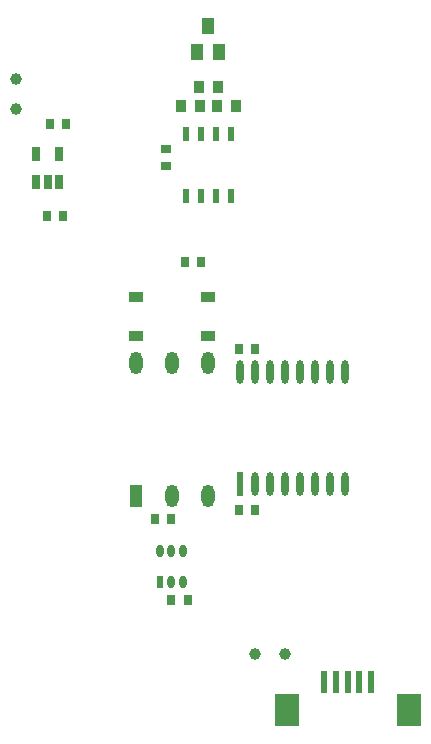
<source format=gtp>
G04*
G04 #@! TF.GenerationSoftware,Altium Limited,CircuitStudio,1.5.2 (30)*
G04*
G04 Layer_Color=7318015*
%FSLAX25Y25*%
%MOIN*%
G70*
G01*
G75*
G04:AMPARAMS|DCode=15|XSize=21.65mil|YSize=49.21mil|CornerRadius=1.95mil|HoleSize=0mil|Usage=FLASHONLY|Rotation=180.000|XOffset=0mil|YOffset=0mil|HoleType=Round|Shape=RoundedRectangle|*
%AMROUNDEDRECTD15*
21,1,0.02165,0.04532,0,0,180.0*
21,1,0.01776,0.04921,0,0,180.0*
1,1,0.00390,-0.00888,0.02266*
1,1,0.00390,0.00888,0.02266*
1,1,0.00390,0.00888,-0.02266*
1,1,0.00390,-0.00888,-0.02266*
%
%ADD15ROUNDEDRECTD15*%
%ADD16R,0.03937X0.05512*%
%ADD17R,0.02362X0.07480*%
%ADD18R,0.08268X0.11024*%
%ADD19C,0.03937*%
%ADD20O,0.04488X0.07480*%
%ADD21R,0.04488X0.07480*%
%ADD22R,0.02362X0.07874*%
%ADD23O,0.02362X0.07874*%
%ADD24R,0.02362X0.04331*%
%ADD25O,0.02362X0.04331*%
%ADD26R,0.02756X0.05118*%
%ADD27R,0.03543X0.03937*%
%ADD28R,0.04803X0.03583*%
%ADD29R,0.03543X0.02756*%
%ADD30R,0.02756X0.03543*%
D15*
X241500Y517835D02*
D03*
X236500D02*
D03*
X231500D02*
D03*
X226500D02*
D03*
X241500Y497165D02*
D03*
X236500D02*
D03*
X231500D02*
D03*
X226500D02*
D03*
D16*
X230260Y545169D02*
D03*
X237740D02*
D03*
X234000Y553831D02*
D03*
D17*
X288374Y335126D02*
D03*
X284437D02*
D03*
X280500D02*
D03*
X276563D02*
D03*
X272626D02*
D03*
D18*
X300776Y325874D02*
D03*
X260224D02*
D03*
D19*
X259500Y344500D02*
D03*
X249500D02*
D03*
X170000Y536000D02*
D03*
Y526000D02*
D03*
D20*
X234016Y441528D02*
D03*
X222008D02*
D03*
X210000D02*
D03*
X234016Y397000D02*
D03*
X222008D02*
D03*
D21*
X210000D02*
D03*
D22*
X244500Y401000D02*
D03*
D23*
X249500D02*
D03*
X254500D02*
D03*
X259500D02*
D03*
X264500D02*
D03*
X269500D02*
D03*
X274500D02*
D03*
X279500D02*
D03*
X244500Y438402D02*
D03*
X249500D02*
D03*
X254500D02*
D03*
X259500D02*
D03*
X264500D02*
D03*
X269500D02*
D03*
X274500D02*
D03*
X279500D02*
D03*
D24*
X218000Y368500D02*
D03*
D25*
X221740D02*
D03*
X225480D02*
D03*
X218000Y378736D02*
D03*
X221740D02*
D03*
X225480D02*
D03*
D26*
X176760Y501776D02*
D03*
X180500D02*
D03*
X184240D02*
D03*
Y511224D02*
D03*
X176760D02*
D03*
D27*
X224850Y527000D02*
D03*
X231150D02*
D03*
X237150Y533500D02*
D03*
X230850D02*
D03*
X236850Y527000D02*
D03*
X243150D02*
D03*
D28*
X234000Y450563D02*
D03*
Y463437D02*
D03*
X210000Y450563D02*
D03*
Y463437D02*
D03*
D29*
X220000Y507244D02*
D03*
Y512756D02*
D03*
D30*
X249756Y446000D02*
D03*
X244244D02*
D03*
X249756Y392500D02*
D03*
X244244D02*
D03*
X216244Y389500D02*
D03*
X221756D02*
D03*
X185756Y490500D02*
D03*
X180244D02*
D03*
X186756Y521000D02*
D03*
X181244D02*
D03*
X231756Y475000D02*
D03*
X226244D02*
D03*
X227256Y362500D02*
D03*
X221744D02*
D03*
M02*

</source>
